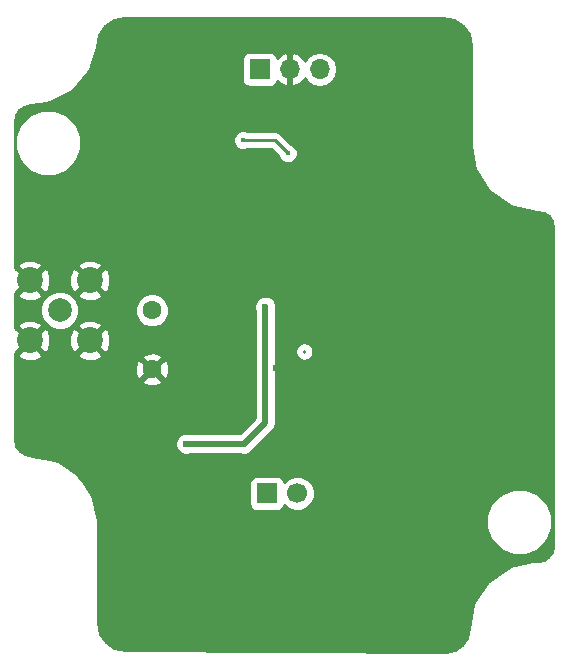
<source format=gbr>
G04 #@! TF.FileFunction,Copper,L2,Bot,Signal*
%FSLAX46Y46*%
G04 Gerber Fmt 4.6, Leading zero omitted, Abs format (unit mm)*
G04 Created by KiCad (PCBNEW 4.0.6) date 12/17/18 09:49:15*
%MOMM*%
%LPD*%
G01*
G04 APERTURE LIST*
%ADD10C,0.100000*%
%ADD11C,1.700000*%
%ADD12R,1.700000X1.700000*%
%ADD13C,2.200000*%
%ADD14C,2.000000*%
%ADD15O,1.700000X1.700000*%
%ADD16C,1.600000*%
%ADD17C,0.600000*%
%ADD18C,0.400000*%
%ADD19C,0.250000*%
%ADD20C,0.500000*%
%ADD21C,0.254000*%
G04 APERTURE END LIST*
D10*
D11*
X132350000Y-79250000D03*
D12*
X129790000Y-79250000D03*
D13*
X109710000Y-66290000D03*
X109710000Y-61210000D03*
X114790000Y-61210000D03*
X114790000Y-66290000D03*
D14*
X112250000Y-63750000D03*
D12*
X129170000Y-43350000D03*
D15*
X131710000Y-43350000D03*
X134250000Y-43350000D03*
D16*
X120050000Y-63750000D03*
X120050000Y-68750000D03*
D17*
X133350000Y-72515000D03*
X119950000Y-75050000D03*
X130550000Y-68650000D03*
X140725000Y-52150000D03*
X122250000Y-58725000D03*
X124550000Y-65750000D03*
X126850000Y-51350000D03*
X127850000Y-75050000D03*
X122950000Y-75050000D03*
X129650000Y-63450000D03*
D18*
X131550000Y-50450000D03*
X127750000Y-49350000D03*
D19*
X132950000Y-67215000D02*
X132950000Y-67250000D01*
D20*
X140725000Y-52150000D02*
X140750000Y-52150000D01*
X122250000Y-58725000D02*
X122250000Y-58750000D01*
X129650000Y-63450000D02*
X129650000Y-73250000D01*
X129650000Y-73250000D02*
X127850000Y-75050000D01*
X122950000Y-75050000D02*
X127850000Y-75050000D01*
D19*
X130450000Y-49350000D02*
X131550000Y-50450000D01*
X127750000Y-49350000D02*
X130450000Y-49350000D01*
D21*
G36*
X145621023Y-39147167D02*
X146359439Y-39640561D01*
X146852833Y-40378977D01*
X147040000Y-41319931D01*
X147040000Y-49750000D01*
X147053642Y-49818583D01*
X147053642Y-49838514D01*
X147434244Y-51751931D01*
X147499566Y-51909631D01*
X147540259Y-52007872D01*
X148624123Y-53629989D01*
X148820011Y-53825877D01*
X150442128Y-54909742D01*
X150592055Y-54971843D01*
X150698069Y-55015756D01*
X152611486Y-55396358D01*
X152624044Y-55396358D01*
X153239296Y-55518739D01*
X153654099Y-55795901D01*
X153931261Y-56210704D01*
X154040749Y-56761138D01*
X154040221Y-56782270D01*
X154041645Y-56790498D01*
X154040001Y-56798683D01*
X153990123Y-83682671D01*
X153883352Y-84219449D01*
X153617430Y-84617430D01*
X153215522Y-84885976D01*
X152730792Y-84988871D01*
X152460636Y-84984783D01*
X152379655Y-84999621D01*
X152297342Y-85001284D01*
X150408652Y-85416793D01*
X150281779Y-85472374D01*
X150154905Y-85527955D01*
X148568991Y-86634606D01*
X148513422Y-86692467D01*
X148377099Y-86834411D01*
X147335402Y-88463725D01*
X147335402Y-88463726D01*
X147234579Y-88721755D01*
X146895689Y-90625686D01*
X146896162Y-90649091D01*
X146733281Y-91467950D01*
X146326596Y-92076596D01*
X145717948Y-92483281D01*
X144931358Y-92639744D01*
X117821222Y-92540257D01*
X116878977Y-92352833D01*
X116140561Y-91859439D01*
X115647167Y-91121023D01*
X115460000Y-90180069D01*
X115460000Y-82201540D01*
X148364518Y-82201540D01*
X148787616Y-83225515D01*
X149570365Y-84009631D01*
X150593599Y-84434515D01*
X151701540Y-84435482D01*
X152725515Y-84012384D01*
X153509631Y-83229635D01*
X153934515Y-82206401D01*
X153935482Y-81098460D01*
X153512384Y-80074485D01*
X152729635Y-79290369D01*
X151706401Y-78865485D01*
X150598460Y-78864518D01*
X149574485Y-79287616D01*
X148790369Y-80070365D01*
X148365485Y-81093599D01*
X148364518Y-82201540D01*
X115460000Y-82201540D01*
X115460000Y-81750000D01*
X115446358Y-81681416D01*
X115446358Y-81611486D01*
X115065756Y-79698069D01*
X115021843Y-79592055D01*
X114959742Y-79442128D01*
X114263414Y-78400000D01*
X128292560Y-78400000D01*
X128292560Y-80100000D01*
X128336838Y-80335317D01*
X128475910Y-80551441D01*
X128688110Y-80696431D01*
X128940000Y-80747440D01*
X130640000Y-80747440D01*
X130875317Y-80703162D01*
X131091441Y-80564090D01*
X131236431Y-80351890D01*
X131255869Y-80255900D01*
X131507717Y-80508188D01*
X132053319Y-80734742D01*
X132644089Y-80735257D01*
X133190086Y-80509656D01*
X133608188Y-80092283D01*
X133834742Y-79546681D01*
X133835257Y-78955911D01*
X133609656Y-78409914D01*
X133192283Y-77991812D01*
X132646681Y-77765258D01*
X132055911Y-77764743D01*
X131509914Y-77990344D01*
X131257727Y-78242091D01*
X131243162Y-78164683D01*
X131104090Y-77948559D01*
X130891890Y-77803569D01*
X130640000Y-77752560D01*
X128940000Y-77752560D01*
X128704683Y-77796838D01*
X128488559Y-77935910D01*
X128343569Y-78148110D01*
X128292560Y-78400000D01*
X114263414Y-78400000D01*
X113875877Y-77820011D01*
X113679989Y-77624123D01*
X112057872Y-76540259D01*
X111982908Y-76509208D01*
X111801931Y-76434244D01*
X109888514Y-76053642D01*
X109261660Y-75928953D01*
X108847669Y-75652333D01*
X108571046Y-75238338D01*
X108570416Y-75235167D01*
X122014838Y-75235167D01*
X122156883Y-75578943D01*
X122419673Y-75842192D01*
X122763201Y-75984838D01*
X123135167Y-75985162D01*
X123256569Y-75935000D01*
X127543178Y-75935000D01*
X127663201Y-75984838D01*
X128035167Y-75985162D01*
X128378943Y-75843117D01*
X128642192Y-75580327D01*
X128692566Y-75459014D01*
X130275787Y-73875792D01*
X130275790Y-73875790D01*
X130467633Y-73588675D01*
X130535000Y-73250000D01*
X130535000Y-67215000D01*
X132190000Y-67215000D01*
X132190000Y-67250000D01*
X132247852Y-67540839D01*
X132412599Y-67787401D01*
X132659161Y-67952148D01*
X132950000Y-68010000D01*
X133240839Y-67952148D01*
X133487401Y-67787401D01*
X133652148Y-67540839D01*
X133710000Y-67250000D01*
X133710000Y-67215000D01*
X133652148Y-66924161D01*
X133487401Y-66677599D01*
X133240839Y-66512852D01*
X132950000Y-66455000D01*
X132659161Y-66512852D01*
X132412599Y-66677599D01*
X132247852Y-66924161D01*
X132190000Y-67215000D01*
X130535000Y-67215000D01*
X130535000Y-63756822D01*
X130584838Y-63636799D01*
X130585162Y-63264833D01*
X130443117Y-62921057D01*
X130180327Y-62657808D01*
X129836799Y-62515162D01*
X129464833Y-62514838D01*
X129121057Y-62656883D01*
X128857808Y-62919673D01*
X128715162Y-63263201D01*
X128714838Y-63635167D01*
X128765000Y-63756569D01*
X128765000Y-72883421D01*
X127483420Y-74165000D01*
X123256822Y-74165000D01*
X123136799Y-74115162D01*
X122764833Y-74114838D01*
X122421057Y-74256883D01*
X122157808Y-74519673D01*
X122015162Y-74863201D01*
X122014838Y-75235167D01*
X108570416Y-75235167D01*
X108460000Y-74680069D01*
X108460000Y-69757745D01*
X119221861Y-69757745D01*
X119295995Y-70003864D01*
X119833223Y-70196965D01*
X120403454Y-70169778D01*
X120804005Y-70003864D01*
X120878139Y-69757745D01*
X120050000Y-68929605D01*
X119221861Y-69757745D01*
X108460000Y-69757745D01*
X108460000Y-68533223D01*
X118603035Y-68533223D01*
X118630222Y-69103454D01*
X118796136Y-69504005D01*
X119042255Y-69578139D01*
X119870395Y-68750000D01*
X120229605Y-68750000D01*
X121057745Y-69578139D01*
X121303864Y-69504005D01*
X121496965Y-68966777D01*
X121469778Y-68396546D01*
X121303864Y-67995995D01*
X121057745Y-67921861D01*
X120229605Y-68750000D01*
X119870395Y-68750000D01*
X119042255Y-67921861D01*
X118796136Y-67995995D01*
X118603035Y-68533223D01*
X108460000Y-68533223D01*
X108460000Y-67514868D01*
X108664737Y-67514868D01*
X108775641Y-67792099D01*
X109421593Y-68035323D01*
X110111453Y-68012836D01*
X110644359Y-67792099D01*
X110755263Y-67514868D01*
X113744737Y-67514868D01*
X113855641Y-67792099D01*
X114501593Y-68035323D01*
X115191453Y-68012836D01*
X115724359Y-67792099D01*
X115744298Y-67742255D01*
X119221861Y-67742255D01*
X120050000Y-68570395D01*
X120878139Y-67742255D01*
X120804005Y-67496136D01*
X120266777Y-67303035D01*
X119696546Y-67330222D01*
X119295995Y-67496136D01*
X119221861Y-67742255D01*
X115744298Y-67742255D01*
X115835263Y-67514868D01*
X114790000Y-66469605D01*
X113744737Y-67514868D01*
X110755263Y-67514868D01*
X109710000Y-66469605D01*
X108664737Y-67514868D01*
X108460000Y-67514868D01*
X108460000Y-67325209D01*
X108485132Y-67335263D01*
X109530395Y-66290000D01*
X109889605Y-66290000D01*
X110934868Y-67335263D01*
X111212099Y-67224359D01*
X111455323Y-66578407D01*
X111436521Y-66001593D01*
X113044677Y-66001593D01*
X113067164Y-66691453D01*
X113287901Y-67224359D01*
X113565132Y-67335263D01*
X114610395Y-66290000D01*
X114969605Y-66290000D01*
X116014868Y-67335263D01*
X116292099Y-67224359D01*
X116535323Y-66578407D01*
X116512836Y-65888547D01*
X116292099Y-65355641D01*
X116014868Y-65244737D01*
X114969605Y-66290000D01*
X114610395Y-66290000D01*
X113565132Y-65244737D01*
X113287901Y-65355641D01*
X113044677Y-66001593D01*
X111436521Y-66001593D01*
X111432836Y-65888547D01*
X111212099Y-65355641D01*
X110934868Y-65244737D01*
X109889605Y-66290000D01*
X109530395Y-66290000D01*
X108485132Y-65244737D01*
X108460000Y-65254791D01*
X108460000Y-65065132D01*
X108664737Y-65065132D01*
X109710000Y-66110395D01*
X110755263Y-65065132D01*
X110644359Y-64787901D01*
X109998407Y-64544677D01*
X109308547Y-64567164D01*
X108775641Y-64787901D01*
X108664737Y-65065132D01*
X108460000Y-65065132D01*
X108460000Y-64073795D01*
X110614716Y-64073795D01*
X110863106Y-64674943D01*
X111322637Y-65135278D01*
X111923352Y-65384716D01*
X112573795Y-65385284D01*
X113174943Y-65136894D01*
X113246830Y-65065132D01*
X113744737Y-65065132D01*
X114790000Y-66110395D01*
X115835263Y-65065132D01*
X115724359Y-64787901D01*
X115078407Y-64544677D01*
X114388547Y-64567164D01*
X113855641Y-64787901D01*
X113744737Y-65065132D01*
X113246830Y-65065132D01*
X113635278Y-64677363D01*
X113884716Y-64076648D01*
X113884753Y-64034187D01*
X118614752Y-64034187D01*
X118832757Y-64561800D01*
X119236077Y-64965824D01*
X119763309Y-65184750D01*
X120334187Y-65185248D01*
X120861800Y-64967243D01*
X121265824Y-64563923D01*
X121484750Y-64036691D01*
X121485248Y-63465813D01*
X121267243Y-62938200D01*
X120863923Y-62534176D01*
X120336691Y-62315250D01*
X119765813Y-62314752D01*
X119238200Y-62532757D01*
X118834176Y-62936077D01*
X118615250Y-63463309D01*
X118614752Y-64034187D01*
X113884753Y-64034187D01*
X113885284Y-63426205D01*
X113636894Y-62825057D01*
X113247387Y-62434868D01*
X113744737Y-62434868D01*
X113855641Y-62712099D01*
X114501593Y-62955323D01*
X115191453Y-62932836D01*
X115724359Y-62712099D01*
X115835263Y-62434868D01*
X114790000Y-61389605D01*
X113744737Y-62434868D01*
X113247387Y-62434868D01*
X113177363Y-62364722D01*
X112576648Y-62115284D01*
X111926205Y-62114716D01*
X111325057Y-62363106D01*
X110864722Y-62822637D01*
X110615284Y-63423352D01*
X110614716Y-64073795D01*
X108460000Y-64073795D01*
X108460000Y-62434868D01*
X108664737Y-62434868D01*
X108775641Y-62712099D01*
X109421593Y-62955323D01*
X110111453Y-62932836D01*
X110644359Y-62712099D01*
X110755263Y-62434868D01*
X109710000Y-61389605D01*
X108664737Y-62434868D01*
X108460000Y-62434868D01*
X108460000Y-62245209D01*
X108485132Y-62255263D01*
X109530395Y-61210000D01*
X109889605Y-61210000D01*
X110934868Y-62255263D01*
X111212099Y-62144359D01*
X111455323Y-61498407D01*
X111436521Y-60921593D01*
X113044677Y-60921593D01*
X113067164Y-61611453D01*
X113287901Y-62144359D01*
X113565132Y-62255263D01*
X114610395Y-61210000D01*
X114969605Y-61210000D01*
X116014868Y-62255263D01*
X116292099Y-62144359D01*
X116535323Y-61498407D01*
X116512836Y-60808547D01*
X116292099Y-60275641D01*
X116014868Y-60164737D01*
X114969605Y-61210000D01*
X114610395Y-61210000D01*
X113565132Y-60164737D01*
X113287901Y-60275641D01*
X113044677Y-60921593D01*
X111436521Y-60921593D01*
X111432836Y-60808547D01*
X111212099Y-60275641D01*
X110934868Y-60164737D01*
X109889605Y-61210000D01*
X109530395Y-61210000D01*
X108485132Y-60164737D01*
X108460000Y-60174791D01*
X108460000Y-59985132D01*
X108664737Y-59985132D01*
X109710000Y-61030395D01*
X110755263Y-59985132D01*
X113744737Y-59985132D01*
X114790000Y-61030395D01*
X115835263Y-59985132D01*
X115724359Y-59707901D01*
X115078407Y-59464677D01*
X114388547Y-59487164D01*
X113855641Y-59707901D01*
X113744737Y-59985132D01*
X110755263Y-59985132D01*
X110644359Y-59707901D01*
X109998407Y-59464677D01*
X109308547Y-59487164D01*
X108775641Y-59707901D01*
X108664737Y-59985132D01*
X108460000Y-59985132D01*
X108460000Y-50101540D01*
X108464518Y-50101540D01*
X108887616Y-51125515D01*
X109670365Y-51909631D01*
X110693599Y-52334515D01*
X111801540Y-52335482D01*
X112825515Y-51912384D01*
X113609631Y-51129635D01*
X114034515Y-50106401D01*
X114035030Y-49515363D01*
X126914855Y-49515363D01*
X127041708Y-49822372D01*
X127276393Y-50057466D01*
X127583179Y-50184855D01*
X127915363Y-50185145D01*
X128097229Y-50110000D01*
X130135198Y-50110000D01*
X130767168Y-50741970D01*
X130841708Y-50922372D01*
X131076393Y-51157466D01*
X131383179Y-51284855D01*
X131715363Y-51285145D01*
X132022372Y-51158292D01*
X132257466Y-50923607D01*
X132384855Y-50616821D01*
X132385145Y-50284637D01*
X132258292Y-49977628D01*
X132023607Y-49742534D01*
X131841873Y-49667071D01*
X130987401Y-48812599D01*
X130740839Y-48647852D01*
X130450000Y-48590000D01*
X128097091Y-48590000D01*
X127916821Y-48515145D01*
X127584637Y-48514855D01*
X127277628Y-48641708D01*
X127042534Y-48876393D01*
X126915145Y-49183179D01*
X126914855Y-49515363D01*
X114035030Y-49515363D01*
X114035482Y-48998460D01*
X113612384Y-47974485D01*
X112829635Y-47190369D01*
X111806401Y-46765485D01*
X110698460Y-46764518D01*
X109674485Y-47187616D01*
X108890369Y-47970365D01*
X108465485Y-48993599D01*
X108464518Y-50101540D01*
X108460000Y-50101540D01*
X108460000Y-47818860D01*
X108548131Y-47221143D01*
X108803732Y-46793854D01*
X109203396Y-46496904D01*
X109746727Y-46360304D01*
X109767731Y-46359779D01*
X109806351Y-46351089D01*
X109845860Y-46353499D01*
X111183647Y-46171209D01*
X111294551Y-46133001D01*
X111407566Y-46101619D01*
X113149390Y-45222944D01*
X113367635Y-45052316D01*
X114640617Y-43573959D01*
X114776953Y-43332801D01*
X115051264Y-42500000D01*
X127672560Y-42500000D01*
X127672560Y-44200000D01*
X127716838Y-44435317D01*
X127855910Y-44651441D01*
X128068110Y-44796431D01*
X128320000Y-44847440D01*
X130020000Y-44847440D01*
X130255317Y-44803162D01*
X130471441Y-44664090D01*
X130616431Y-44451890D01*
X130638301Y-44343893D01*
X130943076Y-44621645D01*
X131353110Y-44791476D01*
X131583000Y-44670155D01*
X131583000Y-43477000D01*
X131563000Y-43477000D01*
X131563000Y-43223000D01*
X131583000Y-43223000D01*
X131583000Y-42029845D01*
X131837000Y-42029845D01*
X131837000Y-43223000D01*
X131857000Y-43223000D01*
X131857000Y-43477000D01*
X131837000Y-43477000D01*
X131837000Y-44670155D01*
X132066890Y-44791476D01*
X132476924Y-44621645D01*
X132905183Y-44231358D01*
X132972298Y-44088447D01*
X133199946Y-44429147D01*
X133681715Y-44751054D01*
X134250000Y-44864093D01*
X134818285Y-44751054D01*
X135300054Y-44429147D01*
X135621961Y-43947378D01*
X135735000Y-43379093D01*
X135735000Y-43320907D01*
X135621961Y-42752622D01*
X135300054Y-42270853D01*
X134818285Y-41948946D01*
X134250000Y-41835907D01*
X133681715Y-41948946D01*
X133199946Y-42270853D01*
X132972298Y-42611553D01*
X132905183Y-42468642D01*
X132476924Y-42078355D01*
X132066890Y-41908524D01*
X131837000Y-42029845D01*
X131583000Y-42029845D01*
X131353110Y-41908524D01*
X130943076Y-42078355D01*
X130640063Y-42354501D01*
X130623162Y-42264683D01*
X130484090Y-42048559D01*
X130271890Y-41903569D01*
X130020000Y-41852560D01*
X128320000Y-41852560D01*
X128084683Y-41896838D01*
X127868559Y-42035910D01*
X127723569Y-42248110D01*
X127672560Y-42500000D01*
X115051264Y-42500000D01*
X115387292Y-41479828D01*
X115389316Y-41463296D01*
X115403098Y-41428657D01*
X115590309Y-40413193D01*
X116075065Y-39665186D01*
X116810218Y-39158903D01*
X117726199Y-38960000D01*
X144680069Y-38960000D01*
X145621023Y-39147167D01*
X145621023Y-39147167D01*
G37*
X145621023Y-39147167D02*
X146359439Y-39640561D01*
X146852833Y-40378977D01*
X147040000Y-41319931D01*
X147040000Y-49750000D01*
X147053642Y-49818583D01*
X147053642Y-49838514D01*
X147434244Y-51751931D01*
X147499566Y-51909631D01*
X147540259Y-52007872D01*
X148624123Y-53629989D01*
X148820011Y-53825877D01*
X150442128Y-54909742D01*
X150592055Y-54971843D01*
X150698069Y-55015756D01*
X152611486Y-55396358D01*
X152624044Y-55396358D01*
X153239296Y-55518739D01*
X153654099Y-55795901D01*
X153931261Y-56210704D01*
X154040749Y-56761138D01*
X154040221Y-56782270D01*
X154041645Y-56790498D01*
X154040001Y-56798683D01*
X153990123Y-83682671D01*
X153883352Y-84219449D01*
X153617430Y-84617430D01*
X153215522Y-84885976D01*
X152730792Y-84988871D01*
X152460636Y-84984783D01*
X152379655Y-84999621D01*
X152297342Y-85001284D01*
X150408652Y-85416793D01*
X150281779Y-85472374D01*
X150154905Y-85527955D01*
X148568991Y-86634606D01*
X148513422Y-86692467D01*
X148377099Y-86834411D01*
X147335402Y-88463725D01*
X147335402Y-88463726D01*
X147234579Y-88721755D01*
X146895689Y-90625686D01*
X146896162Y-90649091D01*
X146733281Y-91467950D01*
X146326596Y-92076596D01*
X145717948Y-92483281D01*
X144931358Y-92639744D01*
X117821222Y-92540257D01*
X116878977Y-92352833D01*
X116140561Y-91859439D01*
X115647167Y-91121023D01*
X115460000Y-90180069D01*
X115460000Y-82201540D01*
X148364518Y-82201540D01*
X148787616Y-83225515D01*
X149570365Y-84009631D01*
X150593599Y-84434515D01*
X151701540Y-84435482D01*
X152725515Y-84012384D01*
X153509631Y-83229635D01*
X153934515Y-82206401D01*
X153935482Y-81098460D01*
X153512384Y-80074485D01*
X152729635Y-79290369D01*
X151706401Y-78865485D01*
X150598460Y-78864518D01*
X149574485Y-79287616D01*
X148790369Y-80070365D01*
X148365485Y-81093599D01*
X148364518Y-82201540D01*
X115460000Y-82201540D01*
X115460000Y-81750000D01*
X115446358Y-81681416D01*
X115446358Y-81611486D01*
X115065756Y-79698069D01*
X115021843Y-79592055D01*
X114959742Y-79442128D01*
X114263414Y-78400000D01*
X128292560Y-78400000D01*
X128292560Y-80100000D01*
X128336838Y-80335317D01*
X128475910Y-80551441D01*
X128688110Y-80696431D01*
X128940000Y-80747440D01*
X130640000Y-80747440D01*
X130875317Y-80703162D01*
X131091441Y-80564090D01*
X131236431Y-80351890D01*
X131255869Y-80255900D01*
X131507717Y-80508188D01*
X132053319Y-80734742D01*
X132644089Y-80735257D01*
X133190086Y-80509656D01*
X133608188Y-80092283D01*
X133834742Y-79546681D01*
X133835257Y-78955911D01*
X133609656Y-78409914D01*
X133192283Y-77991812D01*
X132646681Y-77765258D01*
X132055911Y-77764743D01*
X131509914Y-77990344D01*
X131257727Y-78242091D01*
X131243162Y-78164683D01*
X131104090Y-77948559D01*
X130891890Y-77803569D01*
X130640000Y-77752560D01*
X128940000Y-77752560D01*
X128704683Y-77796838D01*
X128488559Y-77935910D01*
X128343569Y-78148110D01*
X128292560Y-78400000D01*
X114263414Y-78400000D01*
X113875877Y-77820011D01*
X113679989Y-77624123D01*
X112057872Y-76540259D01*
X111982908Y-76509208D01*
X111801931Y-76434244D01*
X109888514Y-76053642D01*
X109261660Y-75928953D01*
X108847669Y-75652333D01*
X108571046Y-75238338D01*
X108570416Y-75235167D01*
X122014838Y-75235167D01*
X122156883Y-75578943D01*
X122419673Y-75842192D01*
X122763201Y-75984838D01*
X123135167Y-75985162D01*
X123256569Y-75935000D01*
X127543178Y-75935000D01*
X127663201Y-75984838D01*
X128035167Y-75985162D01*
X128378943Y-75843117D01*
X128642192Y-75580327D01*
X128692566Y-75459014D01*
X130275787Y-73875792D01*
X130275790Y-73875790D01*
X130467633Y-73588675D01*
X130535000Y-73250000D01*
X130535000Y-67215000D01*
X132190000Y-67215000D01*
X132190000Y-67250000D01*
X132247852Y-67540839D01*
X132412599Y-67787401D01*
X132659161Y-67952148D01*
X132950000Y-68010000D01*
X133240839Y-67952148D01*
X133487401Y-67787401D01*
X133652148Y-67540839D01*
X133710000Y-67250000D01*
X133710000Y-67215000D01*
X133652148Y-66924161D01*
X133487401Y-66677599D01*
X133240839Y-66512852D01*
X132950000Y-66455000D01*
X132659161Y-66512852D01*
X132412599Y-66677599D01*
X132247852Y-66924161D01*
X132190000Y-67215000D01*
X130535000Y-67215000D01*
X130535000Y-63756822D01*
X130584838Y-63636799D01*
X130585162Y-63264833D01*
X130443117Y-62921057D01*
X130180327Y-62657808D01*
X129836799Y-62515162D01*
X129464833Y-62514838D01*
X129121057Y-62656883D01*
X128857808Y-62919673D01*
X128715162Y-63263201D01*
X128714838Y-63635167D01*
X128765000Y-63756569D01*
X128765000Y-72883421D01*
X127483420Y-74165000D01*
X123256822Y-74165000D01*
X123136799Y-74115162D01*
X122764833Y-74114838D01*
X122421057Y-74256883D01*
X122157808Y-74519673D01*
X122015162Y-74863201D01*
X122014838Y-75235167D01*
X108570416Y-75235167D01*
X108460000Y-74680069D01*
X108460000Y-69757745D01*
X119221861Y-69757745D01*
X119295995Y-70003864D01*
X119833223Y-70196965D01*
X120403454Y-70169778D01*
X120804005Y-70003864D01*
X120878139Y-69757745D01*
X120050000Y-68929605D01*
X119221861Y-69757745D01*
X108460000Y-69757745D01*
X108460000Y-68533223D01*
X118603035Y-68533223D01*
X118630222Y-69103454D01*
X118796136Y-69504005D01*
X119042255Y-69578139D01*
X119870395Y-68750000D01*
X120229605Y-68750000D01*
X121057745Y-69578139D01*
X121303864Y-69504005D01*
X121496965Y-68966777D01*
X121469778Y-68396546D01*
X121303864Y-67995995D01*
X121057745Y-67921861D01*
X120229605Y-68750000D01*
X119870395Y-68750000D01*
X119042255Y-67921861D01*
X118796136Y-67995995D01*
X118603035Y-68533223D01*
X108460000Y-68533223D01*
X108460000Y-67514868D01*
X108664737Y-67514868D01*
X108775641Y-67792099D01*
X109421593Y-68035323D01*
X110111453Y-68012836D01*
X110644359Y-67792099D01*
X110755263Y-67514868D01*
X113744737Y-67514868D01*
X113855641Y-67792099D01*
X114501593Y-68035323D01*
X115191453Y-68012836D01*
X115724359Y-67792099D01*
X115744298Y-67742255D01*
X119221861Y-67742255D01*
X120050000Y-68570395D01*
X120878139Y-67742255D01*
X120804005Y-67496136D01*
X120266777Y-67303035D01*
X119696546Y-67330222D01*
X119295995Y-67496136D01*
X119221861Y-67742255D01*
X115744298Y-67742255D01*
X115835263Y-67514868D01*
X114790000Y-66469605D01*
X113744737Y-67514868D01*
X110755263Y-67514868D01*
X109710000Y-66469605D01*
X108664737Y-67514868D01*
X108460000Y-67514868D01*
X108460000Y-67325209D01*
X108485132Y-67335263D01*
X109530395Y-66290000D01*
X109889605Y-66290000D01*
X110934868Y-67335263D01*
X111212099Y-67224359D01*
X111455323Y-66578407D01*
X111436521Y-66001593D01*
X113044677Y-66001593D01*
X113067164Y-66691453D01*
X113287901Y-67224359D01*
X113565132Y-67335263D01*
X114610395Y-66290000D01*
X114969605Y-66290000D01*
X116014868Y-67335263D01*
X116292099Y-67224359D01*
X116535323Y-66578407D01*
X116512836Y-65888547D01*
X116292099Y-65355641D01*
X116014868Y-65244737D01*
X114969605Y-66290000D01*
X114610395Y-66290000D01*
X113565132Y-65244737D01*
X113287901Y-65355641D01*
X113044677Y-66001593D01*
X111436521Y-66001593D01*
X111432836Y-65888547D01*
X111212099Y-65355641D01*
X110934868Y-65244737D01*
X109889605Y-66290000D01*
X109530395Y-66290000D01*
X108485132Y-65244737D01*
X108460000Y-65254791D01*
X108460000Y-65065132D01*
X108664737Y-65065132D01*
X109710000Y-66110395D01*
X110755263Y-65065132D01*
X110644359Y-64787901D01*
X109998407Y-64544677D01*
X109308547Y-64567164D01*
X108775641Y-64787901D01*
X108664737Y-65065132D01*
X108460000Y-65065132D01*
X108460000Y-64073795D01*
X110614716Y-64073795D01*
X110863106Y-64674943D01*
X111322637Y-65135278D01*
X111923352Y-65384716D01*
X112573795Y-65385284D01*
X113174943Y-65136894D01*
X113246830Y-65065132D01*
X113744737Y-65065132D01*
X114790000Y-66110395D01*
X115835263Y-65065132D01*
X115724359Y-64787901D01*
X115078407Y-64544677D01*
X114388547Y-64567164D01*
X113855641Y-64787901D01*
X113744737Y-65065132D01*
X113246830Y-65065132D01*
X113635278Y-64677363D01*
X113884716Y-64076648D01*
X113884753Y-64034187D01*
X118614752Y-64034187D01*
X118832757Y-64561800D01*
X119236077Y-64965824D01*
X119763309Y-65184750D01*
X120334187Y-65185248D01*
X120861800Y-64967243D01*
X121265824Y-64563923D01*
X121484750Y-64036691D01*
X121485248Y-63465813D01*
X121267243Y-62938200D01*
X120863923Y-62534176D01*
X120336691Y-62315250D01*
X119765813Y-62314752D01*
X119238200Y-62532757D01*
X118834176Y-62936077D01*
X118615250Y-63463309D01*
X118614752Y-64034187D01*
X113884753Y-64034187D01*
X113885284Y-63426205D01*
X113636894Y-62825057D01*
X113247387Y-62434868D01*
X113744737Y-62434868D01*
X113855641Y-62712099D01*
X114501593Y-62955323D01*
X115191453Y-62932836D01*
X115724359Y-62712099D01*
X115835263Y-62434868D01*
X114790000Y-61389605D01*
X113744737Y-62434868D01*
X113247387Y-62434868D01*
X113177363Y-62364722D01*
X112576648Y-62115284D01*
X111926205Y-62114716D01*
X111325057Y-62363106D01*
X110864722Y-62822637D01*
X110615284Y-63423352D01*
X110614716Y-64073795D01*
X108460000Y-64073795D01*
X108460000Y-62434868D01*
X108664737Y-62434868D01*
X108775641Y-62712099D01*
X109421593Y-62955323D01*
X110111453Y-62932836D01*
X110644359Y-62712099D01*
X110755263Y-62434868D01*
X109710000Y-61389605D01*
X108664737Y-62434868D01*
X108460000Y-62434868D01*
X108460000Y-62245209D01*
X108485132Y-62255263D01*
X109530395Y-61210000D01*
X109889605Y-61210000D01*
X110934868Y-62255263D01*
X111212099Y-62144359D01*
X111455323Y-61498407D01*
X111436521Y-60921593D01*
X113044677Y-60921593D01*
X113067164Y-61611453D01*
X113287901Y-62144359D01*
X113565132Y-62255263D01*
X114610395Y-61210000D01*
X114969605Y-61210000D01*
X116014868Y-62255263D01*
X116292099Y-62144359D01*
X116535323Y-61498407D01*
X116512836Y-60808547D01*
X116292099Y-60275641D01*
X116014868Y-60164737D01*
X114969605Y-61210000D01*
X114610395Y-61210000D01*
X113565132Y-60164737D01*
X113287901Y-60275641D01*
X113044677Y-60921593D01*
X111436521Y-60921593D01*
X111432836Y-60808547D01*
X111212099Y-60275641D01*
X110934868Y-60164737D01*
X109889605Y-61210000D01*
X109530395Y-61210000D01*
X108485132Y-60164737D01*
X108460000Y-60174791D01*
X108460000Y-59985132D01*
X108664737Y-59985132D01*
X109710000Y-61030395D01*
X110755263Y-59985132D01*
X113744737Y-59985132D01*
X114790000Y-61030395D01*
X115835263Y-59985132D01*
X115724359Y-59707901D01*
X115078407Y-59464677D01*
X114388547Y-59487164D01*
X113855641Y-59707901D01*
X113744737Y-59985132D01*
X110755263Y-59985132D01*
X110644359Y-59707901D01*
X109998407Y-59464677D01*
X109308547Y-59487164D01*
X108775641Y-59707901D01*
X108664737Y-59985132D01*
X108460000Y-59985132D01*
X108460000Y-50101540D01*
X108464518Y-50101540D01*
X108887616Y-51125515D01*
X109670365Y-51909631D01*
X110693599Y-52334515D01*
X111801540Y-52335482D01*
X112825515Y-51912384D01*
X113609631Y-51129635D01*
X114034515Y-50106401D01*
X114035030Y-49515363D01*
X126914855Y-49515363D01*
X127041708Y-49822372D01*
X127276393Y-50057466D01*
X127583179Y-50184855D01*
X127915363Y-50185145D01*
X128097229Y-50110000D01*
X130135198Y-50110000D01*
X130767168Y-50741970D01*
X130841708Y-50922372D01*
X131076393Y-51157466D01*
X131383179Y-51284855D01*
X131715363Y-51285145D01*
X132022372Y-51158292D01*
X132257466Y-50923607D01*
X132384855Y-50616821D01*
X132385145Y-50284637D01*
X132258292Y-49977628D01*
X132023607Y-49742534D01*
X131841873Y-49667071D01*
X130987401Y-48812599D01*
X130740839Y-48647852D01*
X130450000Y-48590000D01*
X128097091Y-48590000D01*
X127916821Y-48515145D01*
X127584637Y-48514855D01*
X127277628Y-48641708D01*
X127042534Y-48876393D01*
X126915145Y-49183179D01*
X126914855Y-49515363D01*
X114035030Y-49515363D01*
X114035482Y-48998460D01*
X113612384Y-47974485D01*
X112829635Y-47190369D01*
X111806401Y-46765485D01*
X110698460Y-46764518D01*
X109674485Y-47187616D01*
X108890369Y-47970365D01*
X108465485Y-48993599D01*
X108464518Y-50101540D01*
X108460000Y-50101540D01*
X108460000Y-47818860D01*
X108548131Y-47221143D01*
X108803732Y-46793854D01*
X109203396Y-46496904D01*
X109746727Y-46360304D01*
X109767731Y-46359779D01*
X109806351Y-46351089D01*
X109845860Y-46353499D01*
X111183647Y-46171209D01*
X111294551Y-46133001D01*
X111407566Y-46101619D01*
X113149390Y-45222944D01*
X113367635Y-45052316D01*
X114640617Y-43573959D01*
X114776953Y-43332801D01*
X115051264Y-42500000D01*
X127672560Y-42500000D01*
X127672560Y-44200000D01*
X127716838Y-44435317D01*
X127855910Y-44651441D01*
X128068110Y-44796431D01*
X128320000Y-44847440D01*
X130020000Y-44847440D01*
X130255317Y-44803162D01*
X130471441Y-44664090D01*
X130616431Y-44451890D01*
X130638301Y-44343893D01*
X130943076Y-44621645D01*
X131353110Y-44791476D01*
X131583000Y-44670155D01*
X131583000Y-43477000D01*
X131563000Y-43477000D01*
X131563000Y-43223000D01*
X131583000Y-43223000D01*
X131583000Y-42029845D01*
X131837000Y-42029845D01*
X131837000Y-43223000D01*
X131857000Y-43223000D01*
X131857000Y-43477000D01*
X131837000Y-43477000D01*
X131837000Y-44670155D01*
X132066890Y-44791476D01*
X132476924Y-44621645D01*
X132905183Y-44231358D01*
X132972298Y-44088447D01*
X133199946Y-44429147D01*
X133681715Y-44751054D01*
X134250000Y-44864093D01*
X134818285Y-44751054D01*
X135300054Y-44429147D01*
X135621961Y-43947378D01*
X135735000Y-43379093D01*
X135735000Y-43320907D01*
X135621961Y-42752622D01*
X135300054Y-42270853D01*
X134818285Y-41948946D01*
X134250000Y-41835907D01*
X133681715Y-41948946D01*
X133199946Y-42270853D01*
X132972298Y-42611553D01*
X132905183Y-42468642D01*
X132476924Y-42078355D01*
X132066890Y-41908524D01*
X131837000Y-42029845D01*
X131583000Y-42029845D01*
X131353110Y-41908524D01*
X130943076Y-42078355D01*
X130640063Y-42354501D01*
X130623162Y-42264683D01*
X130484090Y-42048559D01*
X130271890Y-41903569D01*
X130020000Y-41852560D01*
X128320000Y-41852560D01*
X128084683Y-41896838D01*
X127868559Y-42035910D01*
X127723569Y-42248110D01*
X127672560Y-42500000D01*
X115051264Y-42500000D01*
X115387292Y-41479828D01*
X115389316Y-41463296D01*
X115403098Y-41428657D01*
X115590309Y-40413193D01*
X116075065Y-39665186D01*
X116810218Y-39158903D01*
X117726199Y-38960000D01*
X144680069Y-38960000D01*
X145621023Y-39147167D01*
M02*

</source>
